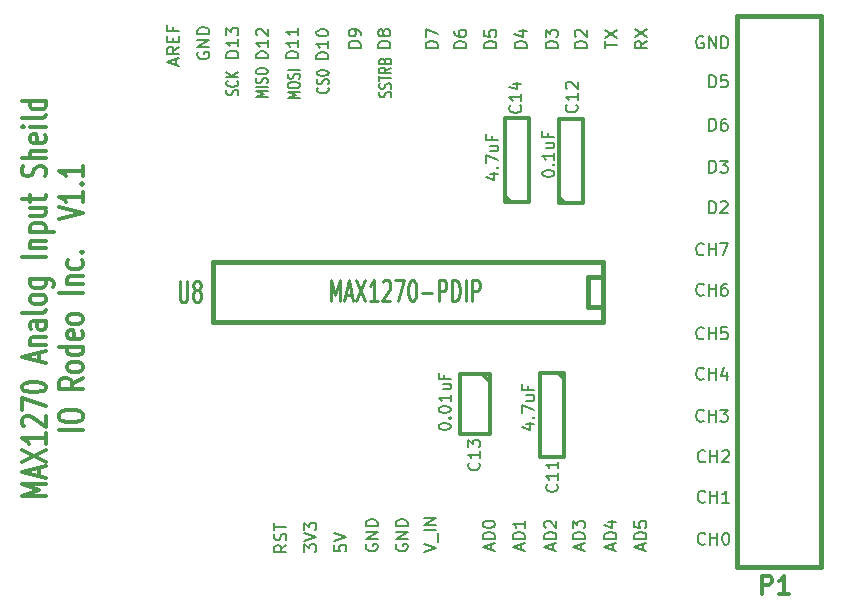
<source format=gto>
G04 (created by PCBNEW-RS274X (2011-aug-04)-testing) date Mon 24 Sep 2012 02:42:22 PM PDT*
G01*
G70*
G90*
%MOIN*%
G04 Gerber Fmt 3.4, Leading zero omitted, Abs format*
%FSLAX34Y34*%
G04 APERTURE LIST*
%ADD10C,0.006000*%
%ADD11C,0.012000*%
%ADD12C,0.015000*%
%ADD13C,0.011300*%
%ADD14C,0.008000*%
G04 APERTURE END LIST*
G54D10*
X61872Y-34045D02*
X61472Y-34045D01*
X61472Y-33950D01*
X61491Y-33892D01*
X61529Y-33854D01*
X61567Y-33835D01*
X61643Y-33816D01*
X61700Y-33816D01*
X61777Y-33835D01*
X61815Y-33854D01*
X61853Y-33892D01*
X61872Y-33950D01*
X61872Y-34045D01*
X61643Y-33588D02*
X61624Y-33626D01*
X61605Y-33645D01*
X61567Y-33664D01*
X61548Y-33664D01*
X61510Y-33645D01*
X61491Y-33626D01*
X61472Y-33588D01*
X61472Y-33511D01*
X61491Y-33473D01*
X61510Y-33454D01*
X61548Y-33435D01*
X61567Y-33435D01*
X61605Y-33454D01*
X61624Y-33473D01*
X61643Y-33511D01*
X61643Y-33588D01*
X61662Y-33626D01*
X61681Y-33645D01*
X61720Y-33664D01*
X61796Y-33664D01*
X61834Y-33645D01*
X61853Y-33626D01*
X61872Y-33588D01*
X61872Y-33511D01*
X61853Y-33473D01*
X61834Y-33454D01*
X61796Y-33435D01*
X61720Y-33435D01*
X61681Y-33454D01*
X61662Y-33473D01*
X61643Y-33511D01*
X60882Y-34045D02*
X60482Y-34045D01*
X60482Y-33950D01*
X60501Y-33892D01*
X60539Y-33854D01*
X60577Y-33835D01*
X60653Y-33816D01*
X60710Y-33816D01*
X60787Y-33835D01*
X60825Y-33854D01*
X60863Y-33892D01*
X60882Y-33950D01*
X60882Y-34045D01*
X60882Y-33626D02*
X60882Y-33550D01*
X60863Y-33511D01*
X60844Y-33492D01*
X60787Y-33454D01*
X60710Y-33435D01*
X60558Y-33435D01*
X60520Y-33454D01*
X60501Y-33473D01*
X60482Y-33511D01*
X60482Y-33588D01*
X60501Y-33626D01*
X60520Y-33645D01*
X60558Y-33664D01*
X60653Y-33664D01*
X60691Y-33645D01*
X60710Y-33626D01*
X60730Y-33588D01*
X60730Y-33511D01*
X60710Y-33473D01*
X60691Y-33454D01*
X60653Y-33435D01*
X59812Y-34426D02*
X59412Y-34426D01*
X59412Y-34331D01*
X59431Y-34273D01*
X59469Y-34235D01*
X59507Y-34216D01*
X59583Y-34197D01*
X59640Y-34197D01*
X59717Y-34216D01*
X59755Y-34235D01*
X59793Y-34273D01*
X59812Y-34331D01*
X59812Y-34426D01*
X59812Y-33816D02*
X59812Y-34045D01*
X59812Y-33931D02*
X59412Y-33931D01*
X59469Y-33969D01*
X59507Y-34007D01*
X59526Y-34045D01*
X59412Y-33569D02*
X59412Y-33530D01*
X59431Y-33492D01*
X59450Y-33473D01*
X59488Y-33454D01*
X59564Y-33435D01*
X59660Y-33435D01*
X59736Y-33454D01*
X59774Y-33473D01*
X59793Y-33492D01*
X59812Y-33530D01*
X59812Y-33569D01*
X59793Y-33607D01*
X59774Y-33626D01*
X59736Y-33645D01*
X59660Y-33664D01*
X59564Y-33664D01*
X59488Y-33645D01*
X59450Y-33626D01*
X59431Y-33607D01*
X59412Y-33569D01*
X58802Y-34386D02*
X58402Y-34386D01*
X58402Y-34291D01*
X58421Y-34233D01*
X58459Y-34195D01*
X58497Y-34176D01*
X58573Y-34157D01*
X58630Y-34157D01*
X58707Y-34176D01*
X58745Y-34195D01*
X58783Y-34233D01*
X58802Y-34291D01*
X58802Y-34386D01*
X58802Y-33776D02*
X58802Y-34005D01*
X58802Y-33891D02*
X58402Y-33891D01*
X58459Y-33929D01*
X58497Y-33967D01*
X58516Y-34005D01*
X58802Y-33395D02*
X58802Y-33624D01*
X58802Y-33510D02*
X58402Y-33510D01*
X58459Y-33548D01*
X58497Y-33586D01*
X58516Y-33624D01*
X57802Y-34396D02*
X57402Y-34396D01*
X57402Y-34301D01*
X57421Y-34243D01*
X57459Y-34205D01*
X57497Y-34186D01*
X57573Y-34167D01*
X57630Y-34167D01*
X57707Y-34186D01*
X57745Y-34205D01*
X57783Y-34243D01*
X57802Y-34301D01*
X57802Y-34396D01*
X57802Y-33786D02*
X57802Y-34015D01*
X57802Y-33901D02*
X57402Y-33901D01*
X57459Y-33939D01*
X57497Y-33977D01*
X57516Y-34015D01*
X57440Y-33634D02*
X57421Y-33615D01*
X57402Y-33577D01*
X57402Y-33481D01*
X57421Y-33443D01*
X57440Y-33424D01*
X57478Y-33405D01*
X57516Y-33405D01*
X57573Y-33424D01*
X57802Y-33653D01*
X57802Y-33405D01*
X56812Y-34376D02*
X56412Y-34376D01*
X56412Y-34281D01*
X56431Y-34223D01*
X56469Y-34185D01*
X56507Y-34166D01*
X56583Y-34147D01*
X56640Y-34147D01*
X56717Y-34166D01*
X56755Y-34185D01*
X56793Y-34223D01*
X56812Y-34281D01*
X56812Y-34376D01*
X56812Y-33766D02*
X56812Y-33995D01*
X56812Y-33881D02*
X56412Y-33881D01*
X56469Y-33919D01*
X56507Y-33957D01*
X56526Y-33995D01*
X56412Y-33633D02*
X56412Y-33385D01*
X56564Y-33519D01*
X56564Y-33461D01*
X56583Y-33423D01*
X56602Y-33404D01*
X56640Y-33385D01*
X56736Y-33385D01*
X56774Y-33404D01*
X56793Y-33423D01*
X56812Y-33461D01*
X56812Y-33576D01*
X56793Y-33614D01*
X56774Y-33633D01*
X70422Y-33826D02*
X70231Y-33960D01*
X70422Y-34055D02*
X70022Y-34055D01*
X70022Y-33902D01*
X70041Y-33864D01*
X70060Y-33845D01*
X70098Y-33826D01*
X70155Y-33826D01*
X70193Y-33845D01*
X70212Y-33864D01*
X70231Y-33902D01*
X70231Y-34055D01*
X70022Y-33693D02*
X70422Y-33426D01*
X70022Y-33426D02*
X70422Y-33693D01*
X69022Y-34055D02*
X69022Y-33826D01*
X69422Y-33941D02*
X69022Y-33941D01*
X69022Y-33731D02*
X69422Y-33464D01*
X69022Y-33464D02*
X69422Y-33731D01*
X66422Y-34055D02*
X66022Y-34055D01*
X66022Y-33960D01*
X66041Y-33902D01*
X66079Y-33864D01*
X66117Y-33845D01*
X66193Y-33826D01*
X66250Y-33826D01*
X66327Y-33845D01*
X66365Y-33864D01*
X66403Y-33902D01*
X66422Y-33960D01*
X66422Y-34055D01*
X66155Y-33483D02*
X66422Y-33483D01*
X66003Y-33579D02*
X66289Y-33674D01*
X66289Y-33426D01*
X63452Y-34055D02*
X63052Y-34055D01*
X63052Y-33960D01*
X63071Y-33902D01*
X63109Y-33864D01*
X63147Y-33845D01*
X63223Y-33826D01*
X63280Y-33826D01*
X63357Y-33845D01*
X63395Y-33864D01*
X63433Y-33902D01*
X63452Y-33960D01*
X63452Y-34055D01*
X63052Y-33693D02*
X63052Y-33426D01*
X63452Y-33598D01*
G54D11*
X50394Y-48984D02*
X49594Y-48984D01*
X50165Y-48784D01*
X49594Y-48584D01*
X50394Y-48584D01*
X50165Y-48327D02*
X50165Y-48041D01*
X50394Y-48384D02*
X49594Y-48184D01*
X50394Y-47984D01*
X49594Y-47841D02*
X50394Y-47441D01*
X49594Y-47441D02*
X50394Y-47841D01*
X50394Y-46899D02*
X50394Y-47242D01*
X50394Y-47070D02*
X49594Y-47070D01*
X49708Y-47127D01*
X49784Y-47185D01*
X49822Y-47242D01*
X49670Y-46671D02*
X49632Y-46642D01*
X49594Y-46585D01*
X49594Y-46442D01*
X49632Y-46385D01*
X49670Y-46356D01*
X49746Y-46328D01*
X49822Y-46328D01*
X49937Y-46356D01*
X50394Y-46699D01*
X50394Y-46328D01*
X49594Y-46128D02*
X49594Y-45728D01*
X50394Y-45985D01*
X49594Y-45386D02*
X49594Y-45329D01*
X49632Y-45272D01*
X49670Y-45243D01*
X49746Y-45214D01*
X49899Y-45186D01*
X50089Y-45186D01*
X50241Y-45214D01*
X50318Y-45243D01*
X50356Y-45272D01*
X50394Y-45329D01*
X50394Y-45386D01*
X50356Y-45443D01*
X50318Y-45472D01*
X50241Y-45500D01*
X50089Y-45529D01*
X49899Y-45529D01*
X49746Y-45500D01*
X49670Y-45472D01*
X49632Y-45443D01*
X49594Y-45386D01*
X50165Y-44501D02*
X50165Y-44215D01*
X50394Y-44558D02*
X49594Y-44358D01*
X50394Y-44158D01*
X49860Y-43958D02*
X50394Y-43958D01*
X49937Y-43958D02*
X49899Y-43930D01*
X49860Y-43872D01*
X49860Y-43787D01*
X49899Y-43730D01*
X49975Y-43701D01*
X50394Y-43701D01*
X50394Y-43158D02*
X49975Y-43158D01*
X49899Y-43187D01*
X49860Y-43244D01*
X49860Y-43358D01*
X49899Y-43415D01*
X50356Y-43158D02*
X50394Y-43215D01*
X50394Y-43358D01*
X50356Y-43415D01*
X50280Y-43444D01*
X50203Y-43444D01*
X50127Y-43415D01*
X50089Y-43358D01*
X50089Y-43215D01*
X50051Y-43158D01*
X50394Y-42786D02*
X50356Y-42844D01*
X50280Y-42872D01*
X49594Y-42872D01*
X50394Y-42472D02*
X50356Y-42530D01*
X50318Y-42558D01*
X50241Y-42587D01*
X50013Y-42587D01*
X49937Y-42558D01*
X49899Y-42530D01*
X49860Y-42472D01*
X49860Y-42387D01*
X49899Y-42330D01*
X49937Y-42301D01*
X50013Y-42272D01*
X50241Y-42272D01*
X50318Y-42301D01*
X50356Y-42330D01*
X50394Y-42387D01*
X50394Y-42472D01*
X49860Y-41758D02*
X50508Y-41758D01*
X50584Y-41787D01*
X50622Y-41815D01*
X50660Y-41872D01*
X50660Y-41958D01*
X50622Y-42015D01*
X50356Y-41758D02*
X50394Y-41815D01*
X50394Y-41929D01*
X50356Y-41987D01*
X50318Y-42015D01*
X50241Y-42044D01*
X50013Y-42044D01*
X49937Y-42015D01*
X49899Y-41987D01*
X49860Y-41929D01*
X49860Y-41815D01*
X49899Y-41758D01*
X50394Y-41015D02*
X49594Y-41015D01*
X49860Y-40729D02*
X50394Y-40729D01*
X49937Y-40729D02*
X49899Y-40701D01*
X49860Y-40643D01*
X49860Y-40558D01*
X49899Y-40501D01*
X49975Y-40472D01*
X50394Y-40472D01*
X49860Y-40186D02*
X50660Y-40186D01*
X49899Y-40186D02*
X49860Y-40129D01*
X49860Y-40015D01*
X49899Y-39958D01*
X49937Y-39929D01*
X50013Y-39900D01*
X50241Y-39900D01*
X50318Y-39929D01*
X50356Y-39958D01*
X50394Y-40015D01*
X50394Y-40129D01*
X50356Y-40186D01*
X49860Y-39386D02*
X50394Y-39386D01*
X49860Y-39643D02*
X50280Y-39643D01*
X50356Y-39615D01*
X50394Y-39557D01*
X50394Y-39472D01*
X50356Y-39415D01*
X50318Y-39386D01*
X49860Y-39186D02*
X49860Y-38957D01*
X49594Y-39100D02*
X50280Y-39100D01*
X50356Y-39072D01*
X50394Y-39014D01*
X50394Y-38957D01*
X50356Y-38329D02*
X50394Y-38243D01*
X50394Y-38100D01*
X50356Y-38043D01*
X50318Y-38014D01*
X50241Y-37986D01*
X50165Y-37986D01*
X50089Y-38014D01*
X50051Y-38043D01*
X50013Y-38100D01*
X49975Y-38214D01*
X49937Y-38272D01*
X49899Y-38300D01*
X49822Y-38329D01*
X49746Y-38329D01*
X49670Y-38300D01*
X49632Y-38272D01*
X49594Y-38214D01*
X49594Y-38072D01*
X49632Y-37986D01*
X50394Y-37729D02*
X49594Y-37729D01*
X50394Y-37472D02*
X49975Y-37472D01*
X49899Y-37501D01*
X49860Y-37558D01*
X49860Y-37643D01*
X49899Y-37701D01*
X49937Y-37729D01*
X50356Y-36958D02*
X50394Y-37015D01*
X50394Y-37129D01*
X50356Y-37186D01*
X50280Y-37215D01*
X49975Y-37215D01*
X49899Y-37186D01*
X49860Y-37129D01*
X49860Y-37015D01*
X49899Y-36958D01*
X49975Y-36929D01*
X50051Y-36929D01*
X50127Y-37215D01*
X50394Y-36672D02*
X49860Y-36672D01*
X49594Y-36672D02*
X49632Y-36701D01*
X49670Y-36672D01*
X49632Y-36644D01*
X49594Y-36672D01*
X49670Y-36672D01*
X50394Y-36300D02*
X50356Y-36358D01*
X50280Y-36386D01*
X49594Y-36386D01*
X50394Y-35815D02*
X49594Y-35815D01*
X50356Y-35815D02*
X50394Y-35872D01*
X50394Y-35986D01*
X50356Y-36044D01*
X50318Y-36072D01*
X50241Y-36101D01*
X50013Y-36101D01*
X49937Y-36072D01*
X49899Y-36044D01*
X49860Y-35986D01*
X49860Y-35872D01*
X49899Y-35815D01*
X51634Y-46785D02*
X50834Y-46785D01*
X50834Y-46385D02*
X50834Y-46271D01*
X50872Y-46213D01*
X50948Y-46156D01*
X51100Y-46128D01*
X51367Y-46128D01*
X51520Y-46156D01*
X51596Y-46213D01*
X51634Y-46271D01*
X51634Y-46385D01*
X51596Y-46442D01*
X51520Y-46499D01*
X51367Y-46528D01*
X51100Y-46528D01*
X50948Y-46499D01*
X50872Y-46442D01*
X50834Y-46385D01*
X51634Y-45070D02*
X51253Y-45270D01*
X51634Y-45413D02*
X50834Y-45413D01*
X50834Y-45185D01*
X50872Y-45127D01*
X50910Y-45099D01*
X50986Y-45070D01*
X51100Y-45070D01*
X51177Y-45099D01*
X51215Y-45127D01*
X51253Y-45185D01*
X51253Y-45413D01*
X51634Y-44727D02*
X51596Y-44785D01*
X51558Y-44813D01*
X51481Y-44842D01*
X51253Y-44842D01*
X51177Y-44813D01*
X51139Y-44785D01*
X51100Y-44727D01*
X51100Y-44642D01*
X51139Y-44585D01*
X51177Y-44556D01*
X51253Y-44527D01*
X51481Y-44527D01*
X51558Y-44556D01*
X51596Y-44585D01*
X51634Y-44642D01*
X51634Y-44727D01*
X51634Y-44013D02*
X50834Y-44013D01*
X51596Y-44013D02*
X51634Y-44070D01*
X51634Y-44184D01*
X51596Y-44242D01*
X51558Y-44270D01*
X51481Y-44299D01*
X51253Y-44299D01*
X51177Y-44270D01*
X51139Y-44242D01*
X51100Y-44184D01*
X51100Y-44070D01*
X51139Y-44013D01*
X51596Y-43499D02*
X51634Y-43556D01*
X51634Y-43670D01*
X51596Y-43727D01*
X51520Y-43756D01*
X51215Y-43756D01*
X51139Y-43727D01*
X51100Y-43670D01*
X51100Y-43556D01*
X51139Y-43499D01*
X51215Y-43470D01*
X51291Y-43470D01*
X51367Y-43756D01*
X51634Y-43127D02*
X51596Y-43185D01*
X51558Y-43213D01*
X51481Y-43242D01*
X51253Y-43242D01*
X51177Y-43213D01*
X51139Y-43185D01*
X51100Y-43127D01*
X51100Y-43042D01*
X51139Y-42985D01*
X51177Y-42956D01*
X51253Y-42927D01*
X51481Y-42927D01*
X51558Y-42956D01*
X51596Y-42985D01*
X51634Y-43042D01*
X51634Y-43127D01*
X51634Y-42213D02*
X50834Y-42213D01*
X51100Y-41927D02*
X51634Y-41927D01*
X51177Y-41927D02*
X51139Y-41899D01*
X51100Y-41841D01*
X51100Y-41756D01*
X51139Y-41699D01*
X51215Y-41670D01*
X51634Y-41670D01*
X51596Y-41127D02*
X51634Y-41184D01*
X51634Y-41298D01*
X51596Y-41356D01*
X51558Y-41384D01*
X51481Y-41413D01*
X51253Y-41413D01*
X51177Y-41384D01*
X51139Y-41356D01*
X51100Y-41298D01*
X51100Y-41184D01*
X51139Y-41127D01*
X51558Y-40870D02*
X51596Y-40842D01*
X51634Y-40870D01*
X51596Y-40899D01*
X51558Y-40870D01*
X51634Y-40870D01*
X50834Y-39756D02*
X51634Y-39556D01*
X50834Y-39356D01*
X51634Y-38842D02*
X51634Y-39185D01*
X51634Y-39013D02*
X50834Y-39013D01*
X50948Y-39070D01*
X51024Y-39128D01*
X51062Y-39185D01*
X51558Y-38585D02*
X51596Y-38557D01*
X51634Y-38585D01*
X51596Y-38614D01*
X51558Y-38585D01*
X51634Y-38585D01*
X51634Y-37985D02*
X51634Y-38328D01*
X51634Y-38156D02*
X50834Y-38156D01*
X50948Y-38213D01*
X51024Y-38271D01*
X51062Y-38328D01*
G54D10*
X70298Y-50786D02*
X70298Y-50595D01*
X70412Y-50824D02*
X70012Y-50691D01*
X70412Y-50557D01*
X70412Y-50424D02*
X70012Y-50424D01*
X70012Y-50329D01*
X70031Y-50271D01*
X70069Y-50233D01*
X70107Y-50214D01*
X70183Y-50195D01*
X70240Y-50195D01*
X70317Y-50214D01*
X70355Y-50233D01*
X70393Y-50271D01*
X70412Y-50329D01*
X70412Y-50424D01*
X70012Y-49833D02*
X70012Y-50024D01*
X70202Y-50043D01*
X70183Y-50024D01*
X70164Y-49986D01*
X70164Y-49890D01*
X70183Y-49852D01*
X70202Y-49833D01*
X70240Y-49814D01*
X70336Y-49814D01*
X70374Y-49833D01*
X70393Y-49852D01*
X70412Y-49890D01*
X70412Y-49986D01*
X70393Y-50024D01*
X70374Y-50043D01*
X69298Y-50786D02*
X69298Y-50595D01*
X69412Y-50824D02*
X69012Y-50691D01*
X69412Y-50557D01*
X69412Y-50424D02*
X69012Y-50424D01*
X69012Y-50329D01*
X69031Y-50271D01*
X69069Y-50233D01*
X69107Y-50214D01*
X69183Y-50195D01*
X69240Y-50195D01*
X69317Y-50214D01*
X69355Y-50233D01*
X69393Y-50271D01*
X69412Y-50329D01*
X69412Y-50424D01*
X69145Y-49852D02*
X69412Y-49852D01*
X68993Y-49948D02*
X69279Y-50043D01*
X69279Y-49795D01*
X68248Y-50786D02*
X68248Y-50595D01*
X68362Y-50824D02*
X67962Y-50691D01*
X68362Y-50557D01*
X68362Y-50424D02*
X67962Y-50424D01*
X67962Y-50329D01*
X67981Y-50271D01*
X68019Y-50233D01*
X68057Y-50214D01*
X68133Y-50195D01*
X68190Y-50195D01*
X68267Y-50214D01*
X68305Y-50233D01*
X68343Y-50271D01*
X68362Y-50329D01*
X68362Y-50424D01*
X67962Y-50062D02*
X67962Y-49814D01*
X68114Y-49948D01*
X68114Y-49890D01*
X68133Y-49852D01*
X68152Y-49833D01*
X68190Y-49814D01*
X68286Y-49814D01*
X68324Y-49833D01*
X68343Y-49852D01*
X68362Y-49890D01*
X68362Y-50005D01*
X68343Y-50043D01*
X68324Y-50062D01*
X67298Y-50786D02*
X67298Y-50595D01*
X67412Y-50824D02*
X67012Y-50691D01*
X67412Y-50557D01*
X67412Y-50424D02*
X67012Y-50424D01*
X67012Y-50329D01*
X67031Y-50271D01*
X67069Y-50233D01*
X67107Y-50214D01*
X67183Y-50195D01*
X67240Y-50195D01*
X67317Y-50214D01*
X67355Y-50233D01*
X67393Y-50271D01*
X67412Y-50329D01*
X67412Y-50424D01*
X67050Y-50043D02*
X67031Y-50024D01*
X67012Y-49986D01*
X67012Y-49890D01*
X67031Y-49852D01*
X67050Y-49833D01*
X67088Y-49814D01*
X67126Y-49814D01*
X67183Y-49833D01*
X67412Y-50062D01*
X67412Y-49814D01*
X66248Y-50786D02*
X66248Y-50595D01*
X66362Y-50824D02*
X65962Y-50691D01*
X66362Y-50557D01*
X66362Y-50424D02*
X65962Y-50424D01*
X65962Y-50329D01*
X65981Y-50271D01*
X66019Y-50233D01*
X66057Y-50214D01*
X66133Y-50195D01*
X66190Y-50195D01*
X66267Y-50214D01*
X66305Y-50233D01*
X66343Y-50271D01*
X66362Y-50329D01*
X66362Y-50424D01*
X66362Y-49814D02*
X66362Y-50043D01*
X66362Y-49929D02*
X65962Y-49929D01*
X66019Y-49967D01*
X66057Y-50005D01*
X66076Y-50043D01*
X65248Y-50786D02*
X65248Y-50595D01*
X65362Y-50824D02*
X64962Y-50691D01*
X65362Y-50557D01*
X65362Y-50424D02*
X64962Y-50424D01*
X64962Y-50329D01*
X64981Y-50271D01*
X65019Y-50233D01*
X65057Y-50214D01*
X65133Y-50195D01*
X65190Y-50195D01*
X65267Y-50214D01*
X65305Y-50233D01*
X65343Y-50271D01*
X65362Y-50329D01*
X65362Y-50424D01*
X64962Y-49948D02*
X64962Y-49909D01*
X64981Y-49871D01*
X65000Y-49852D01*
X65038Y-49833D01*
X65114Y-49814D01*
X65210Y-49814D01*
X65286Y-49833D01*
X65324Y-49852D01*
X65343Y-49871D01*
X65362Y-49909D01*
X65362Y-49948D01*
X65343Y-49986D01*
X65324Y-50005D01*
X65286Y-50024D01*
X65210Y-50043D01*
X65114Y-50043D01*
X65038Y-50024D01*
X65000Y-50005D01*
X64981Y-49986D01*
X64962Y-49948D01*
X63012Y-50840D02*
X63412Y-50707D01*
X63012Y-50573D01*
X63450Y-50535D02*
X63450Y-50230D01*
X63412Y-50135D02*
X63012Y-50135D01*
X63412Y-49945D02*
X63012Y-49945D01*
X63412Y-49716D01*
X63012Y-49716D01*
X62081Y-50604D02*
X62062Y-50642D01*
X62062Y-50699D01*
X62081Y-50757D01*
X62119Y-50795D01*
X62157Y-50814D01*
X62233Y-50833D01*
X62290Y-50833D01*
X62367Y-50814D01*
X62405Y-50795D01*
X62443Y-50757D01*
X62462Y-50699D01*
X62462Y-50661D01*
X62443Y-50604D01*
X62424Y-50585D01*
X62290Y-50585D01*
X62290Y-50661D01*
X62462Y-50414D02*
X62062Y-50414D01*
X62462Y-50185D01*
X62062Y-50185D01*
X62462Y-49995D02*
X62062Y-49995D01*
X62062Y-49900D01*
X62081Y-49842D01*
X62119Y-49804D01*
X62157Y-49785D01*
X62233Y-49766D01*
X62290Y-49766D01*
X62367Y-49785D01*
X62405Y-49804D01*
X62443Y-49842D01*
X62462Y-49900D01*
X62462Y-49995D01*
X61081Y-50604D02*
X61062Y-50642D01*
X61062Y-50699D01*
X61081Y-50757D01*
X61119Y-50795D01*
X61157Y-50814D01*
X61233Y-50833D01*
X61290Y-50833D01*
X61367Y-50814D01*
X61405Y-50795D01*
X61443Y-50757D01*
X61462Y-50699D01*
X61462Y-50661D01*
X61443Y-50604D01*
X61424Y-50585D01*
X61290Y-50585D01*
X61290Y-50661D01*
X61462Y-50414D02*
X61062Y-50414D01*
X61462Y-50185D01*
X61062Y-50185D01*
X61462Y-49995D02*
X61062Y-49995D01*
X61062Y-49900D01*
X61081Y-49842D01*
X61119Y-49804D01*
X61157Y-49785D01*
X61233Y-49766D01*
X61290Y-49766D01*
X61367Y-49785D01*
X61405Y-49804D01*
X61443Y-49842D01*
X61462Y-49900D01*
X61462Y-49995D01*
X60012Y-50626D02*
X60012Y-50817D01*
X60202Y-50836D01*
X60183Y-50817D01*
X60164Y-50779D01*
X60164Y-50683D01*
X60183Y-50645D01*
X60202Y-50626D01*
X60240Y-50607D01*
X60336Y-50607D01*
X60374Y-50626D01*
X60393Y-50645D01*
X60412Y-50683D01*
X60412Y-50779D01*
X60393Y-50817D01*
X60374Y-50836D01*
X60012Y-50493D02*
X60412Y-50360D01*
X60012Y-50226D01*
X59012Y-50845D02*
X59012Y-50597D01*
X59164Y-50731D01*
X59164Y-50673D01*
X59183Y-50635D01*
X59202Y-50616D01*
X59240Y-50597D01*
X59336Y-50597D01*
X59374Y-50616D01*
X59393Y-50635D01*
X59412Y-50673D01*
X59412Y-50788D01*
X59393Y-50826D01*
X59374Y-50845D01*
X59012Y-50483D02*
X59412Y-50350D01*
X59012Y-50216D01*
X59012Y-50121D02*
X59012Y-49873D01*
X59164Y-50007D01*
X59164Y-49949D01*
X59183Y-49911D01*
X59202Y-49892D01*
X59240Y-49873D01*
X59336Y-49873D01*
X59374Y-49892D01*
X59393Y-49911D01*
X59412Y-49949D01*
X59412Y-50064D01*
X59393Y-50102D01*
X59374Y-50121D01*
X58412Y-50619D02*
X58221Y-50753D01*
X58412Y-50848D02*
X58012Y-50848D01*
X58012Y-50695D01*
X58031Y-50657D01*
X58050Y-50638D01*
X58088Y-50619D01*
X58145Y-50619D01*
X58183Y-50638D01*
X58202Y-50657D01*
X58221Y-50695D01*
X58221Y-50848D01*
X58393Y-50467D02*
X58412Y-50410D01*
X58412Y-50314D01*
X58393Y-50276D01*
X58374Y-50257D01*
X58336Y-50238D01*
X58298Y-50238D01*
X58260Y-50257D01*
X58240Y-50276D01*
X58221Y-50314D01*
X58202Y-50391D01*
X58183Y-50429D01*
X58164Y-50448D01*
X58126Y-50467D01*
X58088Y-50467D01*
X58050Y-50448D01*
X58031Y-50429D01*
X58012Y-50391D01*
X58012Y-50295D01*
X58031Y-50238D01*
X58012Y-50124D02*
X58012Y-49895D01*
X58412Y-50010D02*
X58012Y-50010D01*
X54718Y-34608D02*
X54718Y-34417D01*
X54832Y-34646D02*
X54432Y-34513D01*
X54832Y-34379D01*
X54832Y-34017D02*
X54641Y-34151D01*
X54832Y-34246D02*
X54432Y-34246D01*
X54432Y-34093D01*
X54451Y-34055D01*
X54470Y-34036D01*
X54508Y-34017D01*
X54565Y-34017D01*
X54603Y-34036D01*
X54622Y-34055D01*
X54641Y-34093D01*
X54641Y-34246D01*
X54622Y-33846D02*
X54622Y-33712D01*
X54832Y-33655D02*
X54832Y-33846D01*
X54432Y-33846D01*
X54432Y-33655D01*
X54622Y-33350D02*
X54622Y-33484D01*
X54832Y-33484D02*
X54432Y-33484D01*
X54432Y-33293D01*
X55461Y-34204D02*
X55442Y-34242D01*
X55442Y-34299D01*
X55461Y-34357D01*
X55499Y-34395D01*
X55537Y-34414D01*
X55613Y-34433D01*
X55670Y-34433D01*
X55747Y-34414D01*
X55785Y-34395D01*
X55823Y-34357D01*
X55842Y-34299D01*
X55842Y-34261D01*
X55823Y-34204D01*
X55804Y-34185D01*
X55670Y-34185D01*
X55670Y-34261D01*
X55842Y-34014D02*
X55442Y-34014D01*
X55842Y-33785D01*
X55442Y-33785D01*
X55842Y-33595D02*
X55442Y-33595D01*
X55442Y-33500D01*
X55461Y-33442D01*
X55499Y-33404D01*
X55537Y-33385D01*
X55613Y-33366D01*
X55670Y-33366D01*
X55747Y-33385D01*
X55785Y-33404D01*
X55823Y-33442D01*
X55842Y-33500D01*
X55842Y-33595D01*
X56793Y-35626D02*
X56812Y-35583D01*
X56812Y-35512D01*
X56793Y-35483D01*
X56774Y-35469D01*
X56736Y-35454D01*
X56698Y-35454D01*
X56660Y-35469D01*
X56640Y-35483D01*
X56621Y-35512D01*
X56602Y-35569D01*
X56583Y-35597D01*
X56564Y-35612D01*
X56526Y-35626D01*
X56488Y-35626D01*
X56450Y-35612D01*
X56431Y-35597D01*
X56412Y-35569D01*
X56412Y-35497D01*
X56431Y-35454D01*
X56774Y-35154D02*
X56793Y-35168D01*
X56812Y-35211D01*
X56812Y-35240D01*
X56793Y-35283D01*
X56755Y-35311D01*
X56717Y-35326D01*
X56640Y-35340D01*
X56583Y-35340D01*
X56507Y-35326D01*
X56469Y-35311D01*
X56431Y-35283D01*
X56412Y-35240D01*
X56412Y-35211D01*
X56431Y-35168D01*
X56450Y-35154D01*
X56812Y-35026D02*
X56412Y-35026D01*
X56812Y-34854D02*
X56583Y-34983D01*
X56412Y-34854D02*
X56640Y-35026D01*
X57792Y-35692D02*
X57392Y-35692D01*
X57678Y-35592D01*
X57392Y-35492D01*
X57792Y-35492D01*
X57792Y-35349D02*
X57392Y-35349D01*
X57773Y-35220D02*
X57792Y-35177D01*
X57792Y-35106D01*
X57773Y-35077D01*
X57754Y-35063D01*
X57716Y-35048D01*
X57678Y-35048D01*
X57640Y-35063D01*
X57620Y-35077D01*
X57601Y-35106D01*
X57582Y-35163D01*
X57563Y-35191D01*
X57544Y-35206D01*
X57506Y-35220D01*
X57468Y-35220D01*
X57430Y-35206D01*
X57411Y-35191D01*
X57392Y-35163D01*
X57392Y-35091D01*
X57411Y-35048D01*
X57392Y-34862D02*
X57392Y-34805D01*
X57411Y-34777D01*
X57449Y-34748D01*
X57525Y-34734D01*
X57659Y-34734D01*
X57735Y-34748D01*
X57773Y-34777D01*
X57792Y-34805D01*
X57792Y-34862D01*
X57773Y-34891D01*
X57735Y-34920D01*
X57659Y-34934D01*
X57525Y-34934D01*
X57449Y-34920D01*
X57411Y-34891D01*
X57392Y-34862D01*
X58852Y-35722D02*
X58452Y-35722D01*
X58738Y-35622D01*
X58452Y-35522D01*
X58852Y-35522D01*
X58452Y-35321D02*
X58452Y-35264D01*
X58471Y-35236D01*
X58509Y-35207D01*
X58585Y-35193D01*
X58719Y-35193D01*
X58795Y-35207D01*
X58833Y-35236D01*
X58852Y-35264D01*
X58852Y-35321D01*
X58833Y-35350D01*
X58795Y-35379D01*
X58719Y-35393D01*
X58585Y-35393D01*
X58509Y-35379D01*
X58471Y-35350D01*
X58452Y-35321D01*
X58833Y-35079D02*
X58852Y-35036D01*
X58852Y-34965D01*
X58833Y-34936D01*
X58814Y-34922D01*
X58776Y-34907D01*
X58738Y-34907D01*
X58700Y-34922D01*
X58680Y-34936D01*
X58661Y-34965D01*
X58642Y-35022D01*
X58623Y-35050D01*
X58604Y-35065D01*
X58566Y-35079D01*
X58528Y-35079D01*
X58490Y-35065D01*
X58471Y-35050D01*
X58452Y-35022D01*
X58452Y-34950D01*
X58471Y-34907D01*
X58852Y-34779D02*
X58452Y-34779D01*
X59784Y-35373D02*
X59803Y-35387D01*
X59822Y-35430D01*
X59822Y-35459D01*
X59803Y-35502D01*
X59765Y-35530D01*
X59727Y-35545D01*
X59650Y-35559D01*
X59593Y-35559D01*
X59517Y-35545D01*
X59479Y-35530D01*
X59441Y-35502D01*
X59422Y-35459D01*
X59422Y-35430D01*
X59441Y-35387D01*
X59460Y-35373D01*
X59803Y-35259D02*
X59822Y-35216D01*
X59822Y-35145D01*
X59803Y-35116D01*
X59784Y-35102D01*
X59746Y-35087D01*
X59708Y-35087D01*
X59670Y-35102D01*
X59650Y-35116D01*
X59631Y-35145D01*
X59612Y-35202D01*
X59593Y-35230D01*
X59574Y-35245D01*
X59536Y-35259D01*
X59498Y-35259D01*
X59460Y-35245D01*
X59441Y-35230D01*
X59422Y-35202D01*
X59422Y-35130D01*
X59441Y-35087D01*
X59422Y-34901D02*
X59422Y-34873D01*
X59441Y-34844D01*
X59460Y-34830D01*
X59498Y-34816D01*
X59574Y-34801D01*
X59670Y-34801D01*
X59746Y-34816D01*
X59784Y-34830D01*
X59803Y-34844D01*
X59822Y-34873D01*
X59822Y-34901D01*
X59803Y-34930D01*
X59784Y-34944D01*
X59746Y-34959D01*
X59670Y-34973D01*
X59574Y-34973D01*
X59498Y-34959D01*
X59460Y-34944D01*
X59441Y-34930D01*
X59422Y-34901D01*
X61883Y-35693D02*
X61902Y-35650D01*
X61902Y-35579D01*
X61883Y-35550D01*
X61864Y-35536D01*
X61826Y-35521D01*
X61788Y-35521D01*
X61750Y-35536D01*
X61730Y-35550D01*
X61711Y-35579D01*
X61692Y-35636D01*
X61673Y-35664D01*
X61654Y-35679D01*
X61616Y-35693D01*
X61578Y-35693D01*
X61540Y-35679D01*
X61521Y-35664D01*
X61502Y-35636D01*
X61502Y-35564D01*
X61521Y-35521D01*
X61883Y-35407D02*
X61902Y-35364D01*
X61902Y-35293D01*
X61883Y-35264D01*
X61864Y-35250D01*
X61826Y-35235D01*
X61788Y-35235D01*
X61750Y-35250D01*
X61730Y-35264D01*
X61711Y-35293D01*
X61692Y-35350D01*
X61673Y-35378D01*
X61654Y-35393D01*
X61616Y-35407D01*
X61578Y-35407D01*
X61540Y-35393D01*
X61521Y-35378D01*
X61502Y-35350D01*
X61502Y-35278D01*
X61521Y-35235D01*
X61502Y-35149D02*
X61502Y-34978D01*
X61902Y-35064D02*
X61502Y-35064D01*
X61902Y-34706D02*
X61711Y-34806D01*
X61902Y-34878D02*
X61502Y-34878D01*
X61502Y-34763D01*
X61521Y-34735D01*
X61540Y-34720D01*
X61578Y-34706D01*
X61635Y-34706D01*
X61673Y-34720D01*
X61692Y-34735D01*
X61711Y-34763D01*
X61711Y-34878D01*
X61692Y-34478D02*
X61711Y-34435D01*
X61730Y-34420D01*
X61769Y-34406D01*
X61826Y-34406D01*
X61864Y-34420D01*
X61883Y-34435D01*
X61902Y-34463D01*
X61902Y-34578D01*
X61502Y-34578D01*
X61502Y-34478D01*
X61521Y-34449D01*
X61540Y-34435D01*
X61578Y-34420D01*
X61616Y-34420D01*
X61654Y-34435D01*
X61673Y-34449D01*
X61692Y-34478D01*
X61692Y-34578D01*
X64402Y-34055D02*
X64002Y-34055D01*
X64002Y-33960D01*
X64021Y-33902D01*
X64059Y-33864D01*
X64097Y-33845D01*
X64173Y-33826D01*
X64230Y-33826D01*
X64307Y-33845D01*
X64345Y-33864D01*
X64383Y-33902D01*
X64402Y-33960D01*
X64402Y-34055D01*
X64002Y-33483D02*
X64002Y-33560D01*
X64021Y-33598D01*
X64040Y-33617D01*
X64097Y-33655D01*
X64173Y-33674D01*
X64326Y-33674D01*
X64364Y-33655D01*
X64383Y-33636D01*
X64402Y-33598D01*
X64402Y-33521D01*
X64383Y-33483D01*
X64364Y-33464D01*
X64326Y-33445D01*
X64230Y-33445D01*
X64192Y-33464D01*
X64173Y-33483D01*
X64154Y-33521D01*
X64154Y-33598D01*
X64173Y-33636D01*
X64192Y-33655D01*
X64230Y-33674D01*
X65412Y-34055D02*
X65012Y-34055D01*
X65012Y-33960D01*
X65031Y-33902D01*
X65069Y-33864D01*
X65107Y-33845D01*
X65183Y-33826D01*
X65240Y-33826D01*
X65317Y-33845D01*
X65355Y-33864D01*
X65393Y-33902D01*
X65412Y-33960D01*
X65412Y-34055D01*
X65012Y-33464D02*
X65012Y-33655D01*
X65202Y-33674D01*
X65183Y-33655D01*
X65164Y-33617D01*
X65164Y-33521D01*
X65183Y-33483D01*
X65202Y-33464D01*
X65240Y-33445D01*
X65336Y-33445D01*
X65374Y-33464D01*
X65393Y-33483D01*
X65412Y-33521D01*
X65412Y-33617D01*
X65393Y-33655D01*
X65374Y-33674D01*
X67452Y-34055D02*
X67052Y-34055D01*
X67052Y-33960D01*
X67071Y-33902D01*
X67109Y-33864D01*
X67147Y-33845D01*
X67223Y-33826D01*
X67280Y-33826D01*
X67357Y-33845D01*
X67395Y-33864D01*
X67433Y-33902D01*
X67452Y-33960D01*
X67452Y-34055D01*
X67052Y-33693D02*
X67052Y-33445D01*
X67204Y-33579D01*
X67204Y-33521D01*
X67223Y-33483D01*
X67242Y-33464D01*
X67280Y-33445D01*
X67376Y-33445D01*
X67414Y-33464D01*
X67433Y-33483D01*
X67452Y-33521D01*
X67452Y-33636D01*
X67433Y-33674D01*
X67414Y-33693D01*
X68422Y-34055D02*
X68022Y-34055D01*
X68022Y-33960D01*
X68041Y-33902D01*
X68079Y-33864D01*
X68117Y-33845D01*
X68193Y-33826D01*
X68250Y-33826D01*
X68327Y-33845D01*
X68365Y-33864D01*
X68403Y-33902D01*
X68422Y-33960D01*
X68422Y-34055D01*
X68060Y-33674D02*
X68041Y-33655D01*
X68022Y-33617D01*
X68022Y-33521D01*
X68041Y-33483D01*
X68060Y-33464D01*
X68098Y-33445D01*
X68136Y-33445D01*
X68193Y-33464D01*
X68422Y-33693D01*
X68422Y-33445D01*
X72296Y-33681D02*
X72258Y-33662D01*
X72201Y-33662D01*
X72143Y-33681D01*
X72105Y-33719D01*
X72086Y-33757D01*
X72067Y-33833D01*
X72067Y-33890D01*
X72086Y-33967D01*
X72105Y-34005D01*
X72143Y-34043D01*
X72201Y-34062D01*
X72239Y-34062D01*
X72296Y-34043D01*
X72315Y-34024D01*
X72315Y-33890D01*
X72239Y-33890D01*
X72486Y-34062D02*
X72486Y-33662D01*
X72715Y-34062D01*
X72715Y-33662D01*
X72905Y-34062D02*
X72905Y-33662D01*
X73000Y-33662D01*
X73058Y-33681D01*
X73096Y-33719D01*
X73115Y-33757D01*
X73134Y-33833D01*
X73134Y-33890D01*
X73115Y-33967D01*
X73096Y-34005D01*
X73058Y-34043D01*
X73000Y-34062D01*
X72905Y-34062D01*
X72505Y-35362D02*
X72505Y-34962D01*
X72600Y-34962D01*
X72658Y-34981D01*
X72696Y-35019D01*
X72715Y-35057D01*
X72734Y-35133D01*
X72734Y-35190D01*
X72715Y-35267D01*
X72696Y-35305D01*
X72658Y-35343D01*
X72600Y-35362D01*
X72505Y-35362D01*
X73096Y-34962D02*
X72905Y-34962D01*
X72886Y-35152D01*
X72905Y-35133D01*
X72943Y-35114D01*
X73039Y-35114D01*
X73077Y-35133D01*
X73096Y-35152D01*
X73115Y-35190D01*
X73115Y-35286D01*
X73096Y-35324D01*
X73077Y-35343D01*
X73039Y-35362D01*
X72943Y-35362D01*
X72905Y-35343D01*
X72886Y-35324D01*
X72505Y-36812D02*
X72505Y-36412D01*
X72600Y-36412D01*
X72658Y-36431D01*
X72696Y-36469D01*
X72715Y-36507D01*
X72734Y-36583D01*
X72734Y-36640D01*
X72715Y-36717D01*
X72696Y-36755D01*
X72658Y-36793D01*
X72600Y-36812D01*
X72505Y-36812D01*
X73077Y-36412D02*
X73000Y-36412D01*
X72962Y-36431D01*
X72943Y-36450D01*
X72905Y-36507D01*
X72886Y-36583D01*
X72886Y-36736D01*
X72905Y-36774D01*
X72924Y-36793D01*
X72962Y-36812D01*
X73039Y-36812D01*
X73077Y-36793D01*
X73096Y-36774D01*
X73115Y-36736D01*
X73115Y-36640D01*
X73096Y-36602D01*
X73077Y-36583D01*
X73039Y-36564D01*
X72962Y-36564D01*
X72924Y-36583D01*
X72905Y-36602D01*
X72886Y-36640D01*
X72505Y-38212D02*
X72505Y-37812D01*
X72600Y-37812D01*
X72658Y-37831D01*
X72696Y-37869D01*
X72715Y-37907D01*
X72734Y-37983D01*
X72734Y-38040D01*
X72715Y-38117D01*
X72696Y-38155D01*
X72658Y-38193D01*
X72600Y-38212D01*
X72505Y-38212D01*
X72867Y-37812D02*
X73115Y-37812D01*
X72981Y-37964D01*
X73039Y-37964D01*
X73077Y-37983D01*
X73096Y-38002D01*
X73115Y-38040D01*
X73115Y-38136D01*
X73096Y-38174D01*
X73077Y-38193D01*
X73039Y-38212D01*
X72924Y-38212D01*
X72886Y-38193D01*
X72867Y-38174D01*
X72505Y-39562D02*
X72505Y-39162D01*
X72600Y-39162D01*
X72658Y-39181D01*
X72696Y-39219D01*
X72715Y-39257D01*
X72734Y-39333D01*
X72734Y-39390D01*
X72715Y-39467D01*
X72696Y-39505D01*
X72658Y-39543D01*
X72600Y-39562D01*
X72505Y-39562D01*
X72886Y-39200D02*
X72905Y-39181D01*
X72943Y-39162D01*
X73039Y-39162D01*
X73077Y-39181D01*
X73096Y-39200D01*
X73115Y-39238D01*
X73115Y-39276D01*
X73096Y-39333D01*
X72867Y-39562D01*
X73115Y-39562D01*
X72324Y-40924D02*
X72305Y-40943D01*
X72248Y-40962D01*
X72210Y-40962D01*
X72152Y-40943D01*
X72114Y-40905D01*
X72095Y-40867D01*
X72076Y-40790D01*
X72076Y-40733D01*
X72095Y-40657D01*
X72114Y-40619D01*
X72152Y-40581D01*
X72210Y-40562D01*
X72248Y-40562D01*
X72305Y-40581D01*
X72324Y-40600D01*
X72495Y-40962D02*
X72495Y-40562D01*
X72495Y-40752D02*
X72724Y-40752D01*
X72724Y-40962D02*
X72724Y-40562D01*
X72876Y-40562D02*
X73143Y-40562D01*
X72971Y-40962D01*
X72324Y-42274D02*
X72305Y-42293D01*
X72248Y-42312D01*
X72210Y-42312D01*
X72152Y-42293D01*
X72114Y-42255D01*
X72095Y-42217D01*
X72076Y-42140D01*
X72076Y-42083D01*
X72095Y-42007D01*
X72114Y-41969D01*
X72152Y-41931D01*
X72210Y-41912D01*
X72248Y-41912D01*
X72305Y-41931D01*
X72324Y-41950D01*
X72495Y-42312D02*
X72495Y-41912D01*
X72495Y-42102D02*
X72724Y-42102D01*
X72724Y-42312D02*
X72724Y-41912D01*
X73086Y-41912D02*
X73009Y-41912D01*
X72971Y-41931D01*
X72952Y-41950D01*
X72914Y-42007D01*
X72895Y-42083D01*
X72895Y-42236D01*
X72914Y-42274D01*
X72933Y-42293D01*
X72971Y-42312D01*
X73048Y-42312D01*
X73086Y-42293D01*
X73105Y-42274D01*
X73124Y-42236D01*
X73124Y-42140D01*
X73105Y-42102D01*
X73086Y-42083D01*
X73048Y-42064D01*
X72971Y-42064D01*
X72933Y-42083D01*
X72914Y-42102D01*
X72895Y-42140D01*
X72324Y-43724D02*
X72305Y-43743D01*
X72248Y-43762D01*
X72210Y-43762D01*
X72152Y-43743D01*
X72114Y-43705D01*
X72095Y-43667D01*
X72076Y-43590D01*
X72076Y-43533D01*
X72095Y-43457D01*
X72114Y-43419D01*
X72152Y-43381D01*
X72210Y-43362D01*
X72248Y-43362D01*
X72305Y-43381D01*
X72324Y-43400D01*
X72495Y-43762D02*
X72495Y-43362D01*
X72495Y-43552D02*
X72724Y-43552D01*
X72724Y-43762D02*
X72724Y-43362D01*
X73105Y-43362D02*
X72914Y-43362D01*
X72895Y-43552D01*
X72914Y-43533D01*
X72952Y-43514D01*
X73048Y-43514D01*
X73086Y-43533D01*
X73105Y-43552D01*
X73124Y-43590D01*
X73124Y-43686D01*
X73105Y-43724D01*
X73086Y-43743D01*
X73048Y-43762D01*
X72952Y-43762D01*
X72914Y-43743D01*
X72895Y-43724D01*
X72324Y-46474D02*
X72305Y-46493D01*
X72248Y-46512D01*
X72210Y-46512D01*
X72152Y-46493D01*
X72114Y-46455D01*
X72095Y-46417D01*
X72076Y-46340D01*
X72076Y-46283D01*
X72095Y-46207D01*
X72114Y-46169D01*
X72152Y-46131D01*
X72210Y-46112D01*
X72248Y-46112D01*
X72305Y-46131D01*
X72324Y-46150D01*
X72495Y-46512D02*
X72495Y-46112D01*
X72495Y-46302D02*
X72724Y-46302D01*
X72724Y-46512D02*
X72724Y-46112D01*
X72876Y-46112D02*
X73124Y-46112D01*
X72990Y-46264D01*
X73048Y-46264D01*
X73086Y-46283D01*
X73105Y-46302D01*
X73124Y-46340D01*
X73124Y-46436D01*
X73105Y-46474D01*
X73086Y-46493D01*
X73048Y-46512D01*
X72933Y-46512D01*
X72895Y-46493D01*
X72876Y-46474D01*
X72324Y-45074D02*
X72305Y-45093D01*
X72248Y-45112D01*
X72210Y-45112D01*
X72152Y-45093D01*
X72114Y-45055D01*
X72095Y-45017D01*
X72076Y-44940D01*
X72076Y-44883D01*
X72095Y-44807D01*
X72114Y-44769D01*
X72152Y-44731D01*
X72210Y-44712D01*
X72248Y-44712D01*
X72305Y-44731D01*
X72324Y-44750D01*
X72495Y-45112D02*
X72495Y-44712D01*
X72495Y-44902D02*
X72724Y-44902D01*
X72724Y-45112D02*
X72724Y-44712D01*
X73086Y-44845D02*
X73086Y-45112D01*
X72990Y-44693D02*
X72895Y-44979D01*
X73143Y-44979D01*
X72374Y-47824D02*
X72355Y-47843D01*
X72298Y-47862D01*
X72260Y-47862D01*
X72202Y-47843D01*
X72164Y-47805D01*
X72145Y-47767D01*
X72126Y-47690D01*
X72126Y-47633D01*
X72145Y-47557D01*
X72164Y-47519D01*
X72202Y-47481D01*
X72260Y-47462D01*
X72298Y-47462D01*
X72355Y-47481D01*
X72374Y-47500D01*
X72545Y-47862D02*
X72545Y-47462D01*
X72545Y-47652D02*
X72774Y-47652D01*
X72774Y-47862D02*
X72774Y-47462D01*
X72945Y-47500D02*
X72964Y-47481D01*
X73002Y-47462D01*
X73098Y-47462D01*
X73136Y-47481D01*
X73155Y-47500D01*
X73174Y-47538D01*
X73174Y-47576D01*
X73155Y-47633D01*
X72926Y-47862D01*
X73174Y-47862D01*
X72374Y-49174D02*
X72355Y-49193D01*
X72298Y-49212D01*
X72260Y-49212D01*
X72202Y-49193D01*
X72164Y-49155D01*
X72145Y-49117D01*
X72126Y-49040D01*
X72126Y-48983D01*
X72145Y-48907D01*
X72164Y-48869D01*
X72202Y-48831D01*
X72260Y-48812D01*
X72298Y-48812D01*
X72355Y-48831D01*
X72374Y-48850D01*
X72545Y-49212D02*
X72545Y-48812D01*
X72545Y-49002D02*
X72774Y-49002D01*
X72774Y-49212D02*
X72774Y-48812D01*
X73174Y-49212D02*
X72945Y-49212D01*
X73059Y-49212D02*
X73059Y-48812D01*
X73021Y-48869D01*
X72983Y-48907D01*
X72945Y-48926D01*
X72374Y-50574D02*
X72355Y-50593D01*
X72298Y-50612D01*
X72260Y-50612D01*
X72202Y-50593D01*
X72164Y-50555D01*
X72145Y-50517D01*
X72126Y-50440D01*
X72126Y-50383D01*
X72145Y-50307D01*
X72164Y-50269D01*
X72202Y-50231D01*
X72260Y-50212D01*
X72298Y-50212D01*
X72355Y-50231D01*
X72374Y-50250D01*
X72545Y-50612D02*
X72545Y-50212D01*
X72545Y-50402D02*
X72774Y-50402D01*
X72774Y-50612D02*
X72774Y-50212D01*
X73040Y-50212D02*
X73079Y-50212D01*
X73117Y-50231D01*
X73136Y-50250D01*
X73155Y-50288D01*
X73174Y-50364D01*
X73174Y-50460D01*
X73155Y-50536D01*
X73136Y-50574D01*
X73117Y-50593D01*
X73079Y-50612D01*
X73040Y-50612D01*
X73002Y-50593D01*
X72983Y-50574D01*
X72964Y-50536D01*
X72945Y-50460D01*
X72945Y-50364D01*
X72964Y-50288D01*
X72983Y-50250D01*
X73002Y-50231D01*
X73040Y-50212D01*
G54D12*
X68951Y-42675D02*
X68451Y-42675D01*
X68451Y-42675D02*
X68451Y-41675D01*
X68451Y-41675D02*
X68951Y-41675D01*
X68951Y-41675D02*
X68951Y-41675D01*
X68951Y-43175D02*
X55951Y-43175D01*
X55951Y-43175D02*
X55951Y-41175D01*
X55951Y-41175D02*
X68951Y-41175D01*
X68951Y-41175D02*
X68951Y-43175D01*
G54D11*
X67664Y-44880D02*
X67664Y-47680D01*
X67664Y-47680D02*
X66864Y-47680D01*
X66864Y-47680D02*
X66864Y-44880D01*
X66864Y-44880D02*
X67664Y-44880D01*
X67464Y-44880D02*
X67664Y-45080D01*
X67494Y-39215D02*
X67494Y-36415D01*
X67494Y-36415D02*
X68294Y-36415D01*
X68294Y-36415D02*
X68294Y-39215D01*
X68294Y-39215D02*
X67494Y-39215D01*
X67694Y-39215D02*
X67494Y-39015D01*
X65683Y-39176D02*
X65683Y-36376D01*
X65683Y-36376D02*
X66483Y-36376D01*
X66483Y-36376D02*
X66483Y-39176D01*
X66483Y-39176D02*
X65683Y-39176D01*
X65883Y-39176D02*
X65683Y-38976D01*
X65185Y-44945D02*
X65185Y-46925D01*
X65185Y-46925D02*
X64185Y-46925D01*
X64185Y-46925D02*
X64185Y-44925D01*
X64185Y-44925D02*
X65185Y-44925D01*
X64935Y-44925D02*
X65185Y-45175D01*
G54D12*
X73425Y-33001D02*
X73425Y-51348D01*
X76219Y-33002D02*
X76219Y-51348D01*
X73424Y-51349D02*
X76180Y-51349D01*
X73425Y-33000D02*
X76220Y-33000D01*
G54D13*
X54854Y-41807D02*
X54854Y-42374D01*
X54876Y-42441D01*
X54897Y-42474D01*
X54940Y-42507D01*
X55026Y-42507D01*
X55068Y-42474D01*
X55090Y-42441D01*
X55111Y-42374D01*
X55111Y-41807D01*
X55389Y-42107D02*
X55347Y-42074D01*
X55325Y-42041D01*
X55304Y-41974D01*
X55304Y-41941D01*
X55325Y-41874D01*
X55347Y-41841D01*
X55389Y-41807D01*
X55475Y-41807D01*
X55518Y-41841D01*
X55539Y-41874D01*
X55561Y-41941D01*
X55561Y-41974D01*
X55539Y-42041D01*
X55518Y-42074D01*
X55475Y-42107D01*
X55389Y-42107D01*
X55347Y-42141D01*
X55325Y-42174D01*
X55304Y-42241D01*
X55304Y-42374D01*
X55325Y-42441D01*
X55347Y-42474D01*
X55389Y-42507D01*
X55475Y-42507D01*
X55518Y-42474D01*
X55539Y-42441D01*
X55561Y-42374D01*
X55561Y-42241D01*
X55539Y-42174D01*
X55518Y-42141D01*
X55475Y-42107D01*
X59886Y-42488D02*
X59886Y-41788D01*
X60036Y-42288D01*
X60186Y-41788D01*
X60186Y-42488D01*
X60379Y-42288D02*
X60593Y-42288D01*
X60336Y-42488D02*
X60486Y-41788D01*
X60636Y-42488D01*
X60743Y-41788D02*
X61043Y-42488D01*
X61043Y-41788D02*
X60743Y-42488D01*
X61451Y-42488D02*
X61194Y-42488D01*
X61322Y-42488D02*
X61322Y-41788D01*
X61279Y-41888D01*
X61237Y-41955D01*
X61194Y-41988D01*
X61623Y-41855D02*
X61644Y-41822D01*
X61687Y-41788D01*
X61794Y-41788D01*
X61837Y-41822D01*
X61858Y-41855D01*
X61880Y-41922D01*
X61880Y-41988D01*
X61858Y-42088D01*
X61601Y-42488D01*
X61880Y-42488D01*
X62030Y-41788D02*
X62330Y-41788D01*
X62137Y-42488D01*
X62588Y-41788D02*
X62631Y-41788D01*
X62674Y-41822D01*
X62695Y-41855D01*
X62716Y-41922D01*
X62738Y-42055D01*
X62738Y-42222D01*
X62716Y-42355D01*
X62695Y-42422D01*
X62674Y-42455D01*
X62631Y-42488D01*
X62588Y-42488D01*
X62545Y-42455D01*
X62524Y-42422D01*
X62502Y-42355D01*
X62481Y-42222D01*
X62481Y-42055D01*
X62502Y-41922D01*
X62524Y-41855D01*
X62545Y-41822D01*
X62588Y-41788D01*
X62931Y-42222D02*
X63274Y-42222D01*
X63488Y-42488D02*
X63488Y-41788D01*
X63660Y-41788D01*
X63702Y-41822D01*
X63724Y-41855D01*
X63745Y-41922D01*
X63745Y-42022D01*
X63724Y-42088D01*
X63702Y-42122D01*
X63660Y-42155D01*
X63488Y-42155D01*
X63938Y-42488D02*
X63938Y-41788D01*
X64045Y-41788D01*
X64110Y-41822D01*
X64152Y-41888D01*
X64174Y-41955D01*
X64195Y-42088D01*
X64195Y-42188D01*
X64174Y-42322D01*
X64152Y-42388D01*
X64110Y-42455D01*
X64045Y-42488D01*
X63938Y-42488D01*
X64388Y-42488D02*
X64388Y-41788D01*
X64602Y-42488D02*
X64602Y-41788D01*
X64774Y-41788D01*
X64816Y-41822D01*
X64838Y-41855D01*
X64859Y-41922D01*
X64859Y-42022D01*
X64838Y-42088D01*
X64816Y-42122D01*
X64774Y-42155D01*
X64602Y-42155D01*
G54D14*
X67427Y-48603D02*
X67446Y-48622D01*
X67465Y-48679D01*
X67465Y-48717D01*
X67446Y-48775D01*
X67408Y-48813D01*
X67370Y-48832D01*
X67293Y-48851D01*
X67236Y-48851D01*
X67160Y-48832D01*
X67122Y-48813D01*
X67084Y-48775D01*
X67065Y-48717D01*
X67065Y-48679D01*
X67084Y-48622D01*
X67103Y-48603D01*
X67465Y-48222D02*
X67465Y-48451D01*
X67465Y-48337D02*
X67065Y-48337D01*
X67122Y-48375D01*
X67160Y-48413D01*
X67179Y-48451D01*
X67465Y-47841D02*
X67465Y-48070D01*
X67465Y-47956D02*
X67065Y-47956D01*
X67122Y-47994D01*
X67160Y-48032D01*
X67179Y-48070D01*
X66411Y-46585D02*
X66678Y-46585D01*
X66259Y-46681D02*
X66545Y-46776D01*
X66545Y-46528D01*
X66640Y-46376D02*
X66659Y-46357D01*
X66678Y-46376D01*
X66659Y-46395D01*
X66640Y-46376D01*
X66678Y-46376D01*
X66278Y-46224D02*
X66278Y-45957D01*
X66678Y-46129D01*
X66411Y-45633D02*
X66678Y-45633D01*
X66411Y-45805D02*
X66621Y-45805D01*
X66659Y-45786D01*
X66678Y-45748D01*
X66678Y-45690D01*
X66659Y-45652D01*
X66640Y-45633D01*
X66468Y-45309D02*
X66468Y-45443D01*
X66678Y-45443D02*
X66278Y-45443D01*
X66278Y-45252D01*
X68077Y-35946D02*
X68096Y-35965D01*
X68115Y-36022D01*
X68115Y-36060D01*
X68096Y-36118D01*
X68058Y-36156D01*
X68020Y-36175D01*
X67943Y-36194D01*
X67886Y-36194D01*
X67810Y-36175D01*
X67772Y-36156D01*
X67734Y-36118D01*
X67715Y-36060D01*
X67715Y-36022D01*
X67734Y-35965D01*
X67753Y-35946D01*
X68115Y-35565D02*
X68115Y-35794D01*
X68115Y-35680D02*
X67715Y-35680D01*
X67772Y-35718D01*
X67810Y-35756D01*
X67829Y-35794D01*
X67753Y-35413D02*
X67734Y-35394D01*
X67715Y-35356D01*
X67715Y-35260D01*
X67734Y-35222D01*
X67753Y-35203D01*
X67791Y-35184D01*
X67829Y-35184D01*
X67886Y-35203D01*
X68115Y-35432D01*
X68115Y-35184D01*
X66947Y-38255D02*
X66947Y-38216D01*
X66966Y-38178D01*
X66985Y-38159D01*
X67023Y-38140D01*
X67099Y-38121D01*
X67195Y-38121D01*
X67271Y-38140D01*
X67309Y-38159D01*
X67328Y-38178D01*
X67347Y-38216D01*
X67347Y-38255D01*
X67328Y-38293D01*
X67309Y-38312D01*
X67271Y-38331D01*
X67195Y-38350D01*
X67099Y-38350D01*
X67023Y-38331D01*
X66985Y-38312D01*
X66966Y-38293D01*
X66947Y-38255D01*
X67309Y-37950D02*
X67328Y-37931D01*
X67347Y-37950D01*
X67328Y-37969D01*
X67309Y-37950D01*
X67347Y-37950D01*
X67347Y-37550D02*
X67347Y-37779D01*
X67347Y-37665D02*
X66947Y-37665D01*
X67004Y-37703D01*
X67042Y-37741D01*
X67061Y-37779D01*
X67080Y-37207D02*
X67347Y-37207D01*
X67080Y-37379D02*
X67290Y-37379D01*
X67328Y-37360D01*
X67347Y-37322D01*
X67347Y-37264D01*
X67328Y-37226D01*
X67309Y-37207D01*
X67137Y-36883D02*
X67137Y-37017D01*
X67347Y-37017D02*
X66947Y-37017D01*
X66947Y-36826D01*
X66207Y-35966D02*
X66226Y-35985D01*
X66245Y-36042D01*
X66245Y-36080D01*
X66226Y-36138D01*
X66188Y-36176D01*
X66150Y-36195D01*
X66073Y-36214D01*
X66016Y-36214D01*
X65940Y-36195D01*
X65902Y-36176D01*
X65864Y-36138D01*
X65845Y-36080D01*
X65845Y-36042D01*
X65864Y-35985D01*
X65883Y-35966D01*
X66245Y-35585D02*
X66245Y-35814D01*
X66245Y-35700D02*
X65845Y-35700D01*
X65902Y-35738D01*
X65940Y-35776D01*
X65959Y-35814D01*
X65978Y-35242D02*
X66245Y-35242D01*
X65826Y-35338D02*
X66112Y-35433D01*
X66112Y-35185D01*
X65210Y-38258D02*
X65477Y-38258D01*
X65058Y-38354D02*
X65344Y-38449D01*
X65344Y-38201D01*
X65439Y-38049D02*
X65458Y-38030D01*
X65477Y-38049D01*
X65458Y-38068D01*
X65439Y-38049D01*
X65477Y-38049D01*
X65077Y-37897D02*
X65077Y-37630D01*
X65477Y-37802D01*
X65210Y-37306D02*
X65477Y-37306D01*
X65210Y-37478D02*
X65420Y-37478D01*
X65458Y-37459D01*
X65477Y-37421D01*
X65477Y-37363D01*
X65458Y-37325D01*
X65439Y-37306D01*
X65267Y-36982D02*
X65267Y-37116D01*
X65477Y-37116D02*
X65077Y-37116D01*
X65077Y-36925D01*
X64825Y-47877D02*
X64844Y-47896D01*
X64863Y-47953D01*
X64863Y-47991D01*
X64844Y-48049D01*
X64806Y-48087D01*
X64768Y-48106D01*
X64691Y-48125D01*
X64634Y-48125D01*
X64558Y-48106D01*
X64520Y-48087D01*
X64482Y-48049D01*
X64463Y-47991D01*
X64463Y-47953D01*
X64482Y-47896D01*
X64501Y-47877D01*
X64863Y-47496D02*
X64863Y-47725D01*
X64863Y-47611D02*
X64463Y-47611D01*
X64520Y-47649D01*
X64558Y-47687D01*
X64577Y-47725D01*
X64463Y-47363D02*
X64463Y-47115D01*
X64615Y-47249D01*
X64615Y-47191D01*
X64634Y-47153D01*
X64653Y-47134D01*
X64691Y-47115D01*
X64787Y-47115D01*
X64825Y-47134D01*
X64844Y-47153D01*
X64863Y-47191D01*
X64863Y-47306D01*
X64844Y-47344D01*
X64825Y-47363D01*
X63482Y-46694D02*
X63482Y-46655D01*
X63501Y-46617D01*
X63520Y-46598D01*
X63558Y-46579D01*
X63634Y-46560D01*
X63730Y-46560D01*
X63806Y-46579D01*
X63844Y-46598D01*
X63863Y-46617D01*
X63882Y-46655D01*
X63882Y-46694D01*
X63863Y-46732D01*
X63844Y-46751D01*
X63806Y-46770D01*
X63730Y-46789D01*
X63634Y-46789D01*
X63558Y-46770D01*
X63520Y-46751D01*
X63501Y-46732D01*
X63482Y-46694D01*
X63844Y-46389D02*
X63863Y-46370D01*
X63882Y-46389D01*
X63863Y-46408D01*
X63844Y-46389D01*
X63882Y-46389D01*
X63482Y-46123D02*
X63482Y-46084D01*
X63501Y-46046D01*
X63520Y-46027D01*
X63558Y-46008D01*
X63634Y-45989D01*
X63730Y-45989D01*
X63806Y-46008D01*
X63844Y-46027D01*
X63863Y-46046D01*
X63882Y-46084D01*
X63882Y-46123D01*
X63863Y-46161D01*
X63844Y-46180D01*
X63806Y-46199D01*
X63730Y-46218D01*
X63634Y-46218D01*
X63558Y-46199D01*
X63520Y-46180D01*
X63501Y-46161D01*
X63482Y-46123D01*
X63882Y-45608D02*
X63882Y-45837D01*
X63882Y-45723D02*
X63482Y-45723D01*
X63539Y-45761D01*
X63577Y-45799D01*
X63596Y-45837D01*
X63615Y-45265D02*
X63882Y-45265D01*
X63615Y-45437D02*
X63825Y-45437D01*
X63863Y-45418D01*
X63882Y-45380D01*
X63882Y-45322D01*
X63863Y-45284D01*
X63844Y-45265D01*
X63672Y-44941D02*
X63672Y-45075D01*
X63882Y-45075D02*
X63482Y-45075D01*
X63482Y-44884D01*
G54D11*
X74258Y-52243D02*
X74258Y-51643D01*
X74486Y-51643D01*
X74544Y-51671D01*
X74572Y-51700D01*
X74601Y-51757D01*
X74601Y-51843D01*
X74572Y-51900D01*
X74544Y-51929D01*
X74486Y-51957D01*
X74258Y-51957D01*
X75172Y-52243D02*
X74829Y-52243D01*
X75001Y-52243D02*
X75001Y-51643D01*
X74944Y-51729D01*
X74886Y-51786D01*
X74829Y-51814D01*
M02*

</source>
